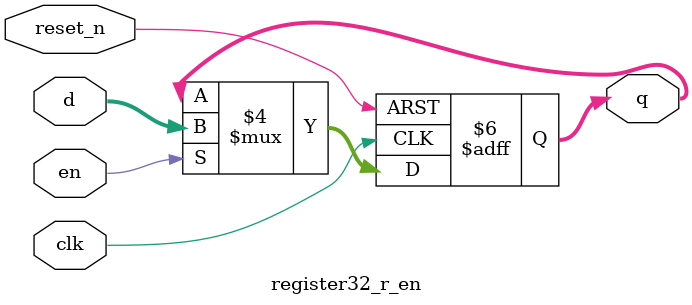
<source format=v>
module register32_r_en(clk, reset_n, en, d, q); //32bit register
  input clk, reset_n, en;
  input [31:0] d;
  output reg [31:0] q;
  
  always@(posedge clk or negedge reset_n) 
  begin
    if(reset_n == 0) q <= 32'b0;
    else if(en) q <= d;
    else q <= q;
  end


endmodule

</source>
